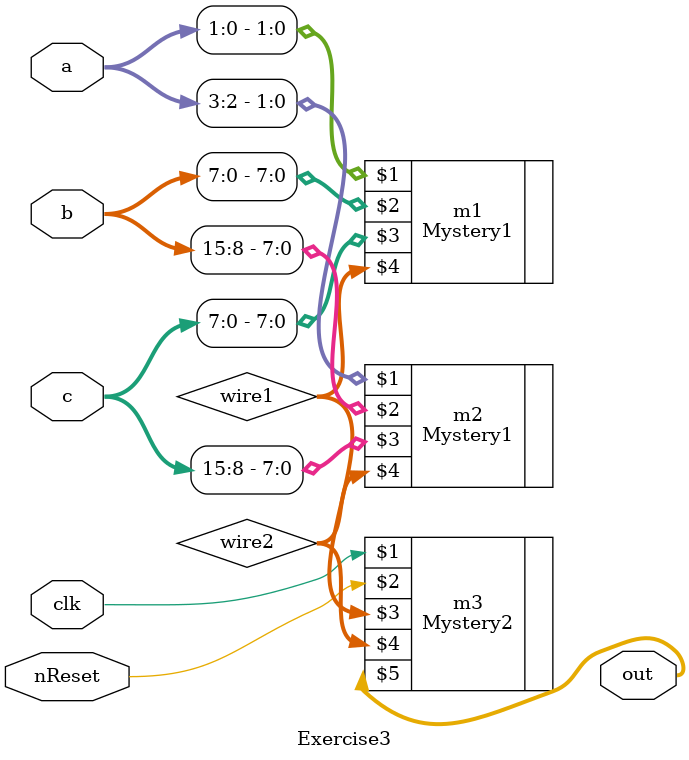
<source format=sv>
module Exercise3 (
    input clk,
    input nReset,
    input [3:0] a,
    input [15:0] b,
    input [15:0] c,
    output [15:0] out
);
wire [7:0] wire1, wire2;

Mystery1 m1 (a[1:0], b[7:0], c[7:0], wire1);
Mystery1 m2 (a[3:2], b[15:8], c[15:8], wire2);
Mystery2 m3 (clk, nReset, wire1, wire2, out);

endmodule

</source>
